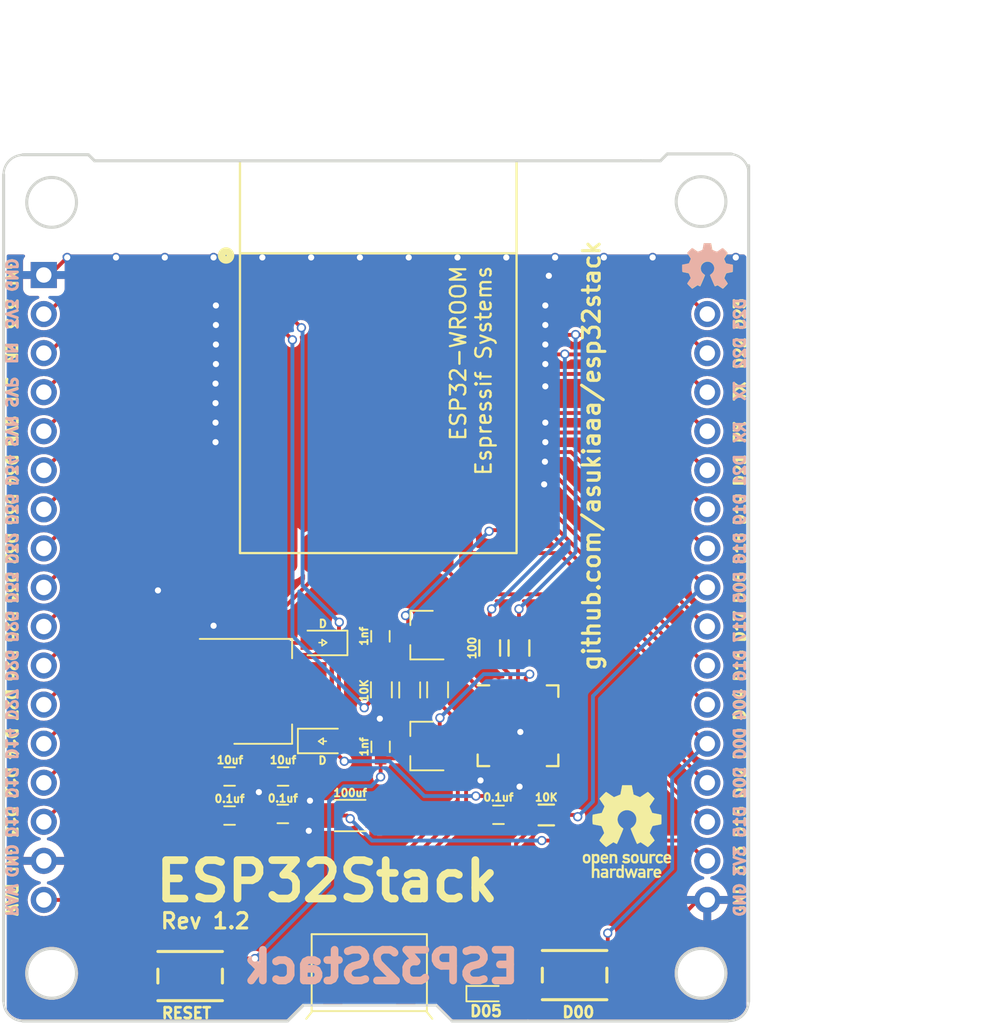
<source format=kicad_pcb>
(kicad_pcb (version 20221018) (generator pcbnew)
  (title_block (title "ESP32Stack") (date "2017-04-30") (rev "1.2"))
  (layers (0 "F.Cu" signal) (31 "B.Cu" signal) (34 "B.Paste" user) (35 "F.Paste" user) (36 "B.SilkS" user "B.Silkscreen") (37 "F.SilkS" user "F.Silkscreen") (38 "B.Mask" user) (39 "F.Mask" user) (44 "Edge.Cuts" user))
  (net 0 "")
  (net 1 "+3V3")
  (net 2 "GND")
  (net 3 "VCC")
  (net 4 "+5V")
  (net 5 "RXDtoTXD0")
  (net 6 "D+")
  (net 7 "D-")
  (net 8 "TXDtoRXD0")
  (net 9 "EN")
  (net 10 "SVP")
  (net 11 "SVN")
  (net 12 "IO34")
  (net 13 "IO35")
  (net 14 "IO32")
  (net 15 "IO33")
  (net 16 "IO25")
  (net 17 "IO26")
  (net 18 "IO27")
  (net 19 "IO14")
  (net 20 "IO12")
  (net 21 "IO13")
  (net 22 "IO23")
  (net 23 "IO22")
  (net 24 "IO21")
  (net 25 "IO19")
  (net 26 "IO18")
  (net 27 "IO5")
  (net 28 "IO17")
  (net 29 "IO16")
  (net 30 "IO4")
  (net 31 "IO2")
  (net 32 "IO15")
  (net 33 "Net-(U1-Pad32)")
  (net 34 "DTR")
  (net 35 "RTS")
  (net 36 "Net-(Q1-Pad1)")
  (net 37 "Net-(Q2-Pad1)")
  (net 38 "IO0(boot)")
  (net 39 "Net-(D2-Pad2)")
  (net 40 "Net-(R5-Pad2)")
  (net 41 "Net-(U1-Pad22)")
  (net 42 "Net-(U1-Pad21)")
  (net 43 "Net-(U1-Pad20)")
  (net 44 "Net-(U1-Pad19)")
  (net 45 "Net-(U1-Pad18)")
  (net 46 "Net-(U1-Pad17)")
  (net 47 "Net-(U3-Pad1)")
  (net 48 "Net-(U3-Pad2)")
  (net 49 "Net-(U3-Pad9)")
  (net 50 "Net-(U3-Pad10)")
  (net 51 "Net-(U3-Pad11)")
  (net 52 "Net-(U3-Pad12)")
  (net 53 "Net-(U3-Pad13)")
  (net 54 "Net-(U3-Pad14)")
  (net 55 "Net-(U3-Pad15)")
  (net 56 "Net-(U3-Pad16)")
  (net 57 "Net-(U3-Pad17)")
  (net 58 "Net-(U3-Pad18)")
  (net 59 "Net-(U3-Pad19)")
  (net 60 "Net-(U3-Pad20)")
  (net 61 "Net-(U3-Pad21)")
  (net 62 "Net-(U3-Pad22)")
  (net 63 "Net-(U3-Pad23)")
  (net 64 "Net-(U3-Pad27)")
  (net 65 "Net-(U3-Pad6)")
  (net 66 "Net-(R6-Pad2)")
  (net 67 "Net-(D3-Pad2)")
  (net 68 "Net-(P1-Pad4)")
  (footprint "Capacitors_SMD:C_0603" (layer "F.Cu") (at 171.7675 94.615 -90)
    (fp_text reference "C2")
    (fp_text value "1nf")
  )
  (footprint "Capacitors_SMD:C_0603" (layer "F.Cu") (at 165.4302 103.7336 180)
    (fp_text reference "C3")
    (fp_text value "10uf")
  )
  (footprint "Capacitors_SMD:C_0603" (layer "F.Cu") (at 161.9504 103.7336 180)
    (fp_text reference "C4")
    (fp_text value "10uf")
  )
  (footprint "Capacitors_SMD:C_0603" (layer "F.Cu") (at 161.9504 106.2736 180)
    (fp_text reference "C5")
    (fp_text value "0.1uf")
  )
  (footprint "common:D_0805" (layer "F.Cu") (at 167.9956 101.4222)
    (fp_text reference "D1")
    (fp_text value "D")
  )
  (footprint "ESP32-footprints-Lib:ESP32-WROOM" (layer "F.Cu") (at 171.6278 76.454 180)
    (fp_text reference "U1" hide)
    (fp_text value "ESP32-WROOM")
  )
  (footprint "Capacitors_SMD:C_0603" (layer "F.Cu") (at 179.451 106.2228)
    (fp_text reference "C6")
    (fp_text value "0.1uf")
  )
  (footprint "osh-logo:osh-logo-3p4mm" (layer "F.Cu") (at 193.0527 70.5485)
    (fp_text reference "G***" hide)
    (fp_text value "LOGO" hide)
  )
  (footprint "Symbols:OSHW-Logo_5.7x6mm_SilkScreen" (layer "F.Cu") (at 187.8076 107.315)
    (fp_text reference "REF***" hide)
    (fp_text value "OSHW-Logo_5.7x6mm_SilkScreen" hide)
  )
  (footprint "TO_SOT_Packages_SMD:SOT-23" (layer "F.Cu") (at 174.4726 101.7524 180)
    (fp_text reference "Q1")
    (fp_text value "MMBT3904" hide)
  )
  (footprint "TO_SOT_Packages_SMD:SOT-23" (layer "F.Cu") (at 174.4726 94.5388 180)
    (fp_text reference "Q2")
    (fp_text value "MMBT3904" hide)
  )
  (footprint "Resistors_SMD:R_0603" (layer "F.Cu") (at 182.5625 106.2355 180)
    (fp_text reference "R4")
    (fp_text value "10K")
  )
  (footprint "Resistors_SMD:R_0603" (layer "F.Cu") (at 180.7845 95.377 -90)
    (fp_text reference "R5")
    (fp_text value "100" hide)
  )
  (footprint "Resistors_SMD:R_0603" (layer "F.Cu") (at 178.8795 95.377 -90)
    (fp_text reference "R6")
    (fp_text value "100")
  )
  (footprint "switch:SKRPACE010" (layer "F.Cu") (at 184.404 116.6495)
    (fp_text reference "SW1")
    (fp_text value "SWITCH_SPST" hide)
  )
  (footprint "switch:SKRPACE010" (layer "F.Cu") (at 159.385 116.713)
    (fp_text reference "SW2")
    (fp_text value "SWITCH_SPST" hide)
  )
  (footprint "Capacitors_SMD:C_0603" (layer "F.Cu") (at 171.7802 101.8032 90)
    (fp_text reference "C1" hide)
    (fp_text value "1nf")
  )
  (footprint "Capacitors_SMD:C_0603" (layer "F.Cu") (at 165.4175 106.172 180)
    (fp_text reference "C7" hide)
    (fp_text value "0.1uf")
  )
  (footprint "Capacitors_SMD:C_1206" (layer "F.Cu") (at 169.799 106.2736)
    (fp_text reference "C8" hide)
    (fp_text value "100uf")
  )
  (footprint "Resistors_SMD:R_0603" (layer "F.Cu") (at 175.4886 98.0948 -90)
    (fp_text reference "R1" hide)
    (fp_text value "10K" hide)
  )
  (footprint "Resistors_SMD:R_0603" (layer "F.Cu") (at 171.831 98.0948 90)
    (fp_text reference "R3" hide)
    (fp_text value "10K")
  )
  (footprint "Housings_DFN_QFN:QFN-28-1EP_5x5mm_Pitch0.5mm" (layer "F.Cu") (at 180.721 100.4316)
    (fp_text reference "U3" hide)
    (fp_text value "CP2102")
  )
  (footprint "TO_SOT_Packages_SMD:SOT-223" (layer "F.Cu") (at 164.1094 98.1964)
    (fp_text reference "U2")
    (fp_text value "NCP1117ST33T3G" hide)
  )
  (footprint "common:Pin_Header_Straight_1x17_Pitch2.54mm" (layer "F.Cu") (at 149.86 71.12)
    (fp_text reference "J1" hide)
    (fp_text value "CONN_01X17" hide)
  )
  (footprint "common:Pin_Header_Straight_1x16_Pitch2.54mm" (layer "F.Cu") (at 193.04 73.66)
    (fp_text reference "J2" hide)
    (fp_text value "CONN_01X16" hide)
  )
  (footprint "Resistors_SMD:R_0603" (layer "F.Cu") (at 173.6725 98.1075 90)
    (fp_text reference "R2" hide)
    (fp_text value "10K" hide)
  )
  (footprint "LEDs:LED_0603" (layer "F.Cu") (at 178.6636 117.856)
    (fp_text reference "D3")
    (fp_text value "D05")
  )
  (footprint "usb_micro_b:USB_MICRO_B-HIROSE-ZX62R-B-5P" (layer "F.Cu") (at 171.0436 118.3894)
    (fp_text reference "P1" hide)
    (fp_text value "USB_OTG" hide)
  )
  (footprint "common:D_0805" (layer "F.Cu") (at 168.021 95.0468 180)
    (fp_text reference "D2")
    (fp_text value "D")
  )
  (footprint "osh-logo:osh-logo-3p4mm" (layer "B.Cu") (at 193.0527 70.5358 180)
    (fp_text reference "G***" hide)
    (fp_text value "LOGO" hide)
  )
  (gr_circle (center 192.6336 66.3448) (end 193.8528 67.4116) (stroke (width 0.2)) (fill none) (layer "Edge.Cuts"))
  (gr_circle (center 150.368 116.5352) (end 151.5872 117.602) (stroke (width 0.2)) (fill none) (layer "Edge.Cuts"))
  (gr_circle (center 192.6336 116.5352) (end 193.8528 117.602) (stroke (width 0.2)) (fill none) (layer "Edge.Cuts"))
  (gr_line (start 181.356 119.634) (end 194.3735 119.634) (stroke (width 0.2)) (layer "Edge.Cuts"))
  (gr_arc (start 195.7324 118.364) (mid 195.360426 119.262026) (end 194.4624 119.634) (stroke (width 0.15)) (layer "Edge.Cuts"))
  (gr_line (start 153.162 63.6905) (end 188.722 63.6905) (stroke (width 0.2)) (layer "Edge.Cuts"))
  (gr_line (start 195.7324 64.008) (end 195.7324 118.364) (stroke (width 0.2)) (layer "Edge.Cuts"))
  (gr_arc (start 194.4624 63.246) (mid 195.360426 63.617974) (end 195.7324 64.516) (stroke (width 0.15)) (layer "Edge.Cuts"))
  (gr_line (start 148.4884 119.634) (end 165.7096 119.634) (stroke (width 0.2)) (layer "Edge.Cuts"))
  (gr_circle (center 150.368 66.3956) (end 151.5872 67.4624) (stroke (width 0.2)) (fill none) (layer "Edge.Cuts"))
  (gr_line (start 176.4284 119.634) (end 181.356 119.634) (stroke (width 0.2)) (layer "Edge.Cuts"))
  (gr_line (start 190.4492 63.246) (end 194.6148 63.246) (stroke (width 0.2)) (layer "Edge.Cuts"))
  (gr_arc (start 147.2438 64.5795) (mid 147.615774 63.681474) (end 148.5138 63.3095) (stroke (width 0.15)) (layer "Edge.Cuts"))
  (gr_line (start 148.4884 63.2968) (end 152.7556 63.2968) (stroke (width 0.2)) (layer "Edge.Cuts"))
  (gr_line (start 166.7637 118.618) (end 175.3997 118.618) (stroke (width 0.15)) (layer "Edge.Cuts"))
  (gr_line (start 152.781 63.3095) (end 153.162 63.6905) (stroke (width 0.2)) (layer "Edge.Cuts"))
  (gr_line (start 147.2438 64.5795) (end 147.2438 118.364) (stroke (width 0.2)) (layer "Edge.Cuts"))
  (gr_line (start 190.4365 63.246) (end 189.992 63.6905) (stroke (width 0.2)) (layer "Edge.Cuts"))
  (gr_arc (start 148.5138 119.634) (mid 147.615774 119.262026) (end 147.2438 118.364) (stroke (width 0.15)) (layer "Edge.Cuts"))
  (gr_line (start 166.7383 118.618) (end 165.7223 119.634) (stroke (width 0.2)) (layer "Edge.Cuts"))
  (gr_line (start 176.4157 119.634) (end 175.3997 118.618) (stroke (width 0.15)) (layer "Edge.Cuts"))
  (gr_line (start 189.992 63.6905) (end 188.722 63.6905) (stroke (width 0.2)) (layer "Edge.Cuts"))
  (gr_text "D34" (at 147.7518 83.82 270) (layer "B.SilkS") (effects (font (size 0.7 0.7) (thickness 0.175)) (justify mirror)))
  (gr_text "D27" (at 147.7518 99.06 270) (layer "B.SilkS") (effects (font (size 0.7 0.7) (thickness 0.175)) (justify mirror)))
  (gr_text "GND" (at 195.1609 111.76 90) (layer "B.SilkS") (effects (font (size 0.7 0.7) (thickness 0.175)) (justify mirror)))
  (gr_text "D32" (at 147.7518 88.9 270) (layer "B.SilkS") (effects (font (size 0.7 0.7) (thickness 0.175)) (justify mirror)))
  (gr_text "D33" (at 147.7518 91.44 270) (layer "B.SilkS") (effects (font (size 0.7 0.7) (thickness 0.175)) (justify mirror)))
  (gr_text "SVP" (at 147.7518 78.74 270) (layer "B.SilkS") (effects (font (size 0.7 0.7) (thickness 0.175)) (justify mirror)))
  (gr_text "D17" (at 195.1609 93.98 90) (layer "B.SilkS") (effects (font (size 0.7 0.7) (thickness 0.175)) (justify mirror)))
  (gr_text "D12" (at 147.7518 104.14 270) (layer "B.SilkS") (effects (font (size 0.7 0.7) (thickness 0.175)) (justify mirror)))
  (gr_text "D18" (at 195.1609 88.9 90) (layer "B.SilkS") (effects (font (size 0.7 0.7) (thickness 0.175)) (justify mirror)))
  (gr_text "D14" (at 147.7518 101.6 270) (layer "B.SilkS") (effects (font (size 0.7 0.7) (thickness 0.175)) (justify mirror)))
  (gr_text "GND" (at 147.7518 109.22 270) (layer "B.SilkS") (effects (font (size 0.7 0.7) (thickness 0.175)) (justify mirror)))
  (gr_text "TX" (at 195.1609 78.6765 90) (layer "B.SilkS") (effects (font (size 0.7 0.7) (thickness 0.175)) (justify mirror)))
  (gr_text "RX" (at 195.1609 81.3435 90) (layer "B.SilkS") (effects (font (size 0.7 0.7) (thickness 0.175)) (justify mirror)))
  (gr_text "D02" (at 195.1609 104.14 90) (layer "B.SilkS") (effects (font (size 0.7 0.7) (thickness 0.175)) (justify mirror)))
  (gr_text "D25" (at 147.7518 93.98 270) (layer "B.SilkS") (effects (font (size 0.7 0.7) (thickness 0.175)) (justify mirror)))
  (gr_text "D21" (at 195.1609 83.82 90) (layer "B.SilkS") (effects (font (size 0.7 0.7) (thickness 0.175)) (justify mirror)))
  (gr_text "3V3" (at 147.7518 73.66 270) (layer "B.SilkS") (effects (font (size 0.7 0.7) (thickness 0.175)) (justify mirror)))
  (gr_text "D23" (at 195.1609 73.66 90) (layer "B.SilkS") (effects (font (size 0.7 0.7) (thickness 0.175)) (justify mirror)))
  (gr_text "SVN" (at 147.7518 81.28 270) (layer "B.SilkS") (effects (font (size 0.7 0.7) (thickness 0.175)) (justify mirror)))
  (gr_text "D19" (at 195.1609 86.36 90) (layer "B.SilkS") (effects (font (size 0.7 0.7) (thickness 0.175)) (justify mirror)))
  (gr_text "EN" (at 147.7264 76.2 270) (layer "B.SilkS") (effects (font (size 0.7 0.7) (thickness 0.175)) (justify mirror)))
  (gr_text "D35" (at 147.7518 86.36 270) (layer "B.SilkS") (effects (font (size 0.7 0.7) (thickness 0.175)) (justify mirror)))
  (gr_text "GND" (at 147.7518 71.12 270) (layer "B.SilkS") (effects (font (size 0.7 0.7) (thickness 0.175)) (justify mirror)))
  (gr_text "D04" (at 195.1609 99.06 90) (layer "B.SilkS") (effects (font (size 0.7 0.7) (thickness 0.175)) (justify mirror)))
  (gr_text "D00" (at 195.1609 101.6 90) (layer "B.SilkS") (effects (font (size 0.7 0.7) (thickness 0.175)) (justify mirror)))
  (gr_text "RAW" (at 147.7518 111.76 270) (layer "B.SilkS") (effects (font (size 0.7 0.7) (thickness 0.175)) (justify mirror)))
  (gr_text "D16" (at 195.1609 96.52 90) (layer "B.SilkS") (effects (font (size 0.7 0.7) (thickness 0.175)) (justify mirror)))
  (gr_text "D13" (at 147.7518 106.68 270) (layer "B.SilkS") (effects (font (size 0.7 0.7) (thickness 0.175)) (justify mirror)))
  (gr_text "D26" (at 147.7518 96.52 270) (layer "B.SilkS") (effects (font (size 0.7 0.7) (thickness 0.175)) (justify mirror)))
  (gr_text "D22" (at 195.1609 76.2 90) (layer "B.SilkS") (effects (font (size 0.7 0.7) (thickness 0.175)) (justify mirror)))
  (gr_text "3V3" (at 195.1609 109.22 90) (layer "B.SilkS") (effects (font (size 0.7 0.7) (thickness 0.175)) (justify mirror)))
  (gr_text "ESP32Stack" (at 171.831 116.1034) (layer "B.SilkS") (effects (font (size 2 2) (thickness 0.5)) (justify mirror)))
  (gr_text "D05" (at 195.1609 91.44 90) (layer "B.SilkS") (effects (font (size 0.7 0.7) (thickness 0.175)) (justify mirror)))
  (gr_text "D15" (at 195.1609 106.68 90) (layer "B.SilkS") (effects (font (size 0.7 0.7) (thickness 0.175)) (justify mirror)))
  (gr_text "D16" (at 195.1609 96.52 90) (layer "F.SilkS") (effects (font (size 0.7 0.7) (thickness 0.175))))
  (gr_text "GND" (at 147.7518 109.22 270) (layer "F.SilkS") (effects (font (size 0.7 0.7) (thickness 0.175))))
  (gr_text "GND" (at 195.1609 111.76 90) (layer "F.SilkS") (effects (font (size 0.7 0.7) (thickness 0.175))))
  (gr_text "D27" (at 147.7518 99.06 270) (layer "F.SilkS") (effects (font (size 0.7 0.7) (thickness 0.175))))
  (gr_text "D13" (at 147.7518 106.68 270) (layer "F.SilkS") (effects (font (size 0.7 0.7) (thickness 0.175))))
  (gr_text "ESP32Stack" (at 168.3004 110.5408) (layer "F.SilkS") (effects (font (size 2.5 2.5) (thickness 0.5))))
  (gr_text "RX" (at 195.1609 81.3435 90) (layer "F.SilkS") (effects (font (size 0.7 0.7) (thickness 0.175))))
  (gr_text "TX" (at 195.1609 78.6765 90) (layer "F.SilkS") (effects (font (size 0.7 0.7) (thickness 0.175))))
  (gr_text "D18" (at 195.1609 88.9 90) (layer "F.SilkS") (effects (font (size 0.7 0.7) (thickness 0.175))))
  (gr_text "D21" (at 195.1609 83.82 90) (layer "F.SilkS") (effects (font (size 0.7 0.7) (thickness 0.175))))
  (gr_text "D05" (at 195.1609 91.44 90) (layer "F.SilkS") (effects (font (size 0.7 0.7) (thickness 0.175))))
  (gr_text "D17" (at 195.1609 93.98 90) (layer "F.SilkS") (effects (font (size 0.7 0.7) (thickness 0.175))))
  (gr_text "D19" (at 195.1609 86.36 90) (layer "F.SilkS") (effects (font (size 0.7 0.7) (thickness 0.175))))
  (gr_text "RAW" (at 147.7518 111.76 270) (layer "F.SilkS") (effects (font (size 0.7 0.7) (thickness 0.175))))
  (gr_text "EN" (at 147.7264 76.2 270) (layer "F.SilkS") (effects (font (size 0.7 0.7) (thickness 0.175))))
  (gr_text "D22" (at 195.1609 76.2 90) (layer "F.SilkS") (effects (font (size 0.7 0.7) (thickness 0.175))))
  (gr_text "D23" (at 195.1609 73.66 90) (layer "F.SilkS") (effects (font (size 0.7 0.7) (thickness 0.175))))
  (gr_text "D32" (at 147.7518 88.9 270) (layer "F.SilkS") (effects (font (size 0.7 0.7) (thickness 0.175))))
  (gr_text "D02" (at 195.1609 104.14 90) (layer "F.SilkS") (effects (font (size 0.7 0.7) (thickness 0.175))))
  (gr_text "D35" (at 147.7518 86.36 270) (layer "F.SilkS") (effects (font (size 0.7 0.7) (thickness 0.175))))
  (gr_text "D04" (at 195.1609 99.06 90) (layer "F.SilkS") (effects (font (size 0.7 0.7) (thickness 0.175))))
  (gr_text "D12" (at 147.7518 104.14 270) (layer "F.SilkS") (effects (font (size 0.7 0.7) (thickness 0.175))))
  (gr_text "D00" (at 183.515 119.0625) (layer "F.SilkS") (effects (font (size 0.7 0.7) (thickness 0.175)) (justify left)))
  (gr_text "D14" (at 147.7518 101.6 270) (layer "F.SilkS") (effects (font (size 0.7 0.7) (thickness 0.175))))
  (gr_text "D25" (at 147.7518 93.98 270) (layer "F.SilkS") (effects (font (size 0.7 0.7) (thickness 0.175))))
  (gr_text "Rev 1.2" (at 160.3756 113.1316) (layer "F.SilkS") (effects (font (size 1 1) (thickness 0.2))))
  (gr_text "3V3" (at 195.1609 109.22 90) (layer "F.SilkS") (effects (font (size 0.7 0.7) (thickness 0.175))))
  (gr_text "SVP" (at 147.7518 78.74 270) (layer "F.SilkS") (effects (font (size 0.7 0.7) (thickness 0.175))))
  (gr_text "D15" (at 195.1609 106.68 90) (layer "F.SilkS") (effects (font (size 0.7 0.7) (thickness 0.175))))
  (gr_text "3V3" (at 147.7518 73.66 270) (layer "F.SilkS") (effects (font (size 0.7 0.7) (thickness 0.175))))
  (gr_text "D33" (at 147.7518 91.44 270) (layer "F.SilkS") (effects (font (size 0.7 0.7) (thickness 0.175))))
  (gr_text "D26" (at 147.7518 96.52 270) (layer "F.SilkS") (effects (font (size 0.7 0.7) (thickness 0.175))))
  (gr_text "github.com/asukiaaa/esp32stack" (at 185.5089 82.8675 90) (layer "F.SilkS") (effects (font (size 1.1 1.1) (thickness 0.2))))
  (gr_text "D34" (at 147.7518 83.82 270) (layer "F.SilkS") (effects (font (size 0.7 0.7) (thickness 0.175))))
  (gr_text "SVN" (at 147.7518 81.28 270) (layer "F.SilkS") (effects (font (size 0.7 0.7) (thickness 0.175))))
  (gr_text "D00" (at 195.1609 101.6 90) (layer "F.SilkS") (effects (font (size 0.7 0.7) (thickness 0.175))))
  (gr_text "RESET" (at 160.8455 119.126) (layer "F.SilkS") (effects (font (size 0.7 0.7) (thickness 0.175)) (justify right)))
  (gr_text "GND" (at 147.7518 71.12 270) (layer "F.SilkS") (effects (font (size 0.7 0.7) (thickness 0.175))))
  (segment (start 166.2938 106.4126) (end 166.1548 106.2736) (width 0.25) (layer "F.Cu") (net 1))
  (segment (start 166.1802 106.2228) (end 166.231 106.2736) (width 0.25) (layer "F.Cu") (net 1))
  (segment (start 166.231 106.2736) (end 168.299 106.2736) (width 0.25) (layer "F.Cu") (net 1))
  (segment (start 169.5958 106.2736) (end 169.799 106.4768) (width 0.25) (layer "F.Cu") (net 1))
  (segment (start 191.6557 107.8992) (end 192.9765 109.22) (width 0.25) (layer "F.Cu") (net 1))
  (segment (start 150.0505 73.66) (end 151.2365 72.474) (width 0.25) (layer "F.Cu") (net 1))
  (segment (start 151.2365 72.474) (end 162.6278 72.474) (width 0.25) (layer "F.Cu") (net 1))
  (segment (start 169.533 95.0468) (end 171.831 97.3448) (width 0.25) (layer "F.Cu") (net 1))
  (segment (start 166.4208 103.7336) (end 167.9956 102.1588) (width 0.25) (layer "F.Cu") (net 1))
  (segment (start 167.9956 102.1588) (end 167.9956 100.965) (width 0.25) (layer "F.Cu") (net 1))
  (segment (start 167.9956 100.965) (end 169.071 99.8896) (width 0.25) (layer "F.Cu") (net 1))
  (segment (start 169.071 99.8896) (end 169.071 95.0468) (width 0.25) (layer "F.Cu") (net 1))
  (segment (start 169.071 93.76) (end 169.0878 93.7432) (width 0.25) (layer "F.Cu") (net 1))
  (segment (start 169.0878 93.7432) (end 169.0878 93.7006) (width 0.25) (layer "F.Cu") (net 1))
  (segment (start 166.624 74.549) (end 164.549 72.474) (width 0.25) (layer "F.Cu") (net 1))
  (segment (start 164.549 72.474) (end 162.6278 72.474) (width 0.25) (layer "F.Cu") (net 1))
  (segment (start 182.2704 107.8992) (end 182.3212 107.8992) (width 0.25) (layer "F.Cu") (net 1))
  (segment (start 166.1802 103.7336) (end 166.4208 103.7336) (width 0.25) (layer "F.Cu") (net 1))
  (segment (start 166.1802 103.7336) (end 166.1802 106.2228) (width 0.25) (layer "F.Cu") (net 1))
  (segment (start 149.86 73.66) (end 150.0505 73.66) (width 0.25) (layer "F.Cu") (net 1))
  (segment (start 168.299 106.2736) (end 169.5958 106.2736) (width 0.25) (layer "F.Cu") (net 1))
  (segment (start 169.071 95.0468) (end 169.071 93.76) (width 0.25) (layer "F.Cu") (net 1))
  (segment (start 182.2704 107.8992) (end 191.6557 107.8992) (width 0.25) (layer "F.Cu") (net 1))
  (segment (start 171.831 97.3448) (end 171.4634 97.3448) (width 0.25) (layer "F.Cu") (net 1))
  (segment (start 169.071 95.0468) (end 169.533 95.0468) (width 0.25) (layer "F.Cu") (net 1))
  (segment (start 193.04 109.22) (end 193.04 108.966) (width 0.25) (layer "F.Cu") (net 1))
  (via (at 182.2704 107.8992) (size 0.6) (drill 0.4) (layers "F.Cu" "B.Cu") (net 1))
  (via (at 166.624 74.549) (size 0.6) (drill 0.4) (layers "F.Cu" "B.Cu") (net 1))
  (via (at 169.0878 93.7006) (size 0.6) (drill 0.4) (layers "F.Cu" "B.Cu") (net 1))
  (via (at 169.799 106.4768) (size 0.6) (drill 0.4) (layers "F.Cu" "B.Cu") (net 1))
  (segment (start 169.799 106.4768) (end 171.2214 107.8992) (width 0.25) (layer "B.Cu") (net 1))
  (segment (start 171.2214 107.8992) (end 182.2704 107.8992) (width 0.25) (layer "B.Cu") (net 1))
  (segment (start 169.0878 93.7006) (end 166.7002 91.313) (width 0.25) (layer "B.Cu") (net 1))
  (segment (start 166.7002 91.313) (end 166.7002 74.6252) (width 0.25) (layer "B.Cu") (net 1))
  (segment (start 166.7002 74.6252) (end 166.624 74.549) (width 0.25) (layer "B.Cu") (net 1))
  (segment (start 161.2512 103.9756) (end 161.2512 103.7336) (width 0.25) (layer "F.Cu") (net 2))
  (segment (start 164.6802 106.2228) (end 164.6294 106.2736) (width 0.25) (layer "F.Cu") (net 2))
  (segment (start 162.5438 71.12) (end 162.6278 71.204) (width 0.25) (layer "F.Cu") (net 2))
  (segment (start 162.6278 71.204) (end 171.239 71.204) (width 0.25) (layer "F.Cu") (net 2))
  (segment (start 171.3278 71.2928) (end 171.239 71.204) (width 0.25) (layer "F.Cu") (net 2))
  (segment (start 171.239 71.204) (end 180.6278 71.204) (width 0.25) (layer "F.Cu") (net 2))
  (segment (start 171.3278 80.9704) (end 166.243 86.0552) (width 0.25) (layer "F.Cu") (net 2))
  (segment (start 166.243 86.0552) (end 166.243 88.8738) (width 0.25) (layer "F.Cu") (net 2))
  (segment (start 166.243 88.8738) (end 165.9128 89.204) (width 0.25) (layer "F.Cu") (net 2))
  (segment (start 160.909 93.9292) (end 160.9594 93.9796) (width 0.25) (layer "F.Cu") (net 2))
  (segment (start 160.9594 93.9796) (end 160.9594 95.8964) (width 0.25) (layer "F.Cu") (net 2))
  (segment (start 160.5674 95.8964) (end 159.3342 97.1296) (width 0.25) (layer "F.Cu") (net 2))
  (segment (start 159.3342 97.1296) (end 159.3342 101.8166) (width 0.25) (layer "F.Cu") (net 2))
  (segment (start 159.3342 101.8166) (end 161.2512 103.7336) (width 0.25) (layer "F.Cu") (net 2))
  (segment (start 163.8554 104.7496) (end 164.6802 104.7496) (width 0.25) (layer "F.Cu") (net 2))
  (segment (start 164.6802 104.7496) (end 164.6682 104.7496) (width 0.25) (layer "F.Cu") (net 2))
  (segment (start 164.6682 104.7496) (end 164.6802 104.7496) (width 0.25) (layer "F.Cu") (net 2))
  (segment (start 164.6802 104.7496) (end 164.6802 106.2228) (width 0.25) (layer "F.Cu") (net 2))
  (segment (start 171.7294 99.9744) (end 171.7802 100.0252) (width 0.25) (layer "F.Cu") (net 2))
  (segment (start 171.7802 100.0252) (end 171.7802 101.0532) (width 0.25) (layer "F.Cu") (net 2))
  (segment (start 179.546 99.9316) (end 179.8835 99.5941) (width 0.25) (layer "F.Cu") (net 2))
  (segment (start 180.201 105.0156) (end 180.8226 104.394) (width 0.25) (layer "F.Cu") (net 2))
  (segment (start 180.8734 100.838) (end 181.3045 101.2691) (width 0.25) (layer "F.Cu") (net 2))
  (segment (start 181.3045 101.2691) (end 181.5585 101.2691) (width 0.25) (layer "F.Cu") (net 2))
  (segment (start 179.546 99.9316) (end 179.8835 99.5941) (width 0.25) (layer "F.Cu") (net 2))
  (segment (start 171.7802 101.1428) (end 170.6626 102.2604) (width 0.25) (layer "F.Cu") (net 2))
  (segment (start 170.6626 102.2604) (end 170.6626 105.6372) (width 0.25) (layer "F.Cu") (net 2))
  (segment (start 170.6626 105.6372) (end 171.299 106.2736) (width 0.25) (layer "F.Cu") (net 2))
  (segment (start 179.8835 99.5941) (end 179.8835 101.2691) (width 0.25) (layer "F.Cu") (net 2))
  (segment (start 179.8835 101.2691) (end 181.5585 101.2691) (width 0.25) (layer "F.Cu") (net 2))
  (segment (start 162.5438 71.12) (end 162.6278 71.204) (width 0.25) (layer "F.Cu") (net 2))
  (segment (start 158.3175 109.22) (end 161.2385 106.299) (width 0.25) (layer "F.Cu") (net 2))
  (segment (start 159.716 89.204) (end 157.2895 91.6305) (width 0.25) (layer "F.Cu") (net 2))
  (segment (start 171.9317 116.9775) (end 170.2317 116.9775) (width 0.25) (layer "F.Cu") (net 2))
  (segment (start 170.2317 116.9775) (end 166.9817 116.9775) (width 0.25) (layer "F.Cu") (net 2))
  (segment (start 166.9817 116.9775) (end 167.9817 115.9775) (width 0.25) (layer "F.Cu") (net 2))
  (segment (start 167.9817 115.9775) (end 167.9817 114.6275) (width 0.25) (layer "F.Cu") (net 2))
  (segment (start 167.9817 114.6275) (end 168.3067 114.3025) (width 0.25) (layer "F.Cu") (net 2))
  (segment (start 168.3067 114.3025) (end 169.7817 114.3025) (width 0.25) (layer "F.Cu") (net 2))
  (segment (start 174.1817 115.9775) (end 175.1817 116.9775) (width 0.25) (layer "F.Cu") (net 2))
  (segment (start 161.5915 117.9195) (end 161.46 117.788) (width 0.25) (layer "F.Cu") (net 2))
  (segment (start 161.46 117.788) (end 157.31 117.788) (width 0.25) (layer "F.Cu") (net 2))
  (segment (start 192.4435 111.76) (end 186.479 117.7245) (width 0.25) (layer "F.Cu") (net 2))
  (segment (start 182.6944 71.204) (end 182.7276 71.1708) (width 0.25) (layer "F.Cu") (net 2))
  (segment (start 182.499 76.9112) (end 182.499 76.8858) (width 0.25) (layer "F.Cu") (net 2))
  (segment (start 182.499 78.359) (end 182.499 78.3844) (width 0.25) (layer "F.Cu") (net 2))
  (segment (start 182.499 80.7212) (end 182.4736 80.7212) (width 0.25) (layer "F.Cu") (net 2))
  (segment (start 182.499 81.9912) (end 182.499 82.0166) (width 0.25) (layer "F.Cu") (net 2))
  (segment (start 182.4228 84.7344) (end 182.4482 84.7598) (width 0.25) (layer "F.Cu") (net 2))
  (segment (start 150.241 71.12) (end 151.384 69.977) (width 0.25) (layer "F.Cu") (net 2))
  (segment (start 154.559 69.977) (end 157.734 69.977) (width 0.25) (layer "F.Cu") (net 2))
  (segment (start 160.909 69.977) (end 164.084 69.977) (width 0.25) (layer "F.Cu") (net 2))
  (segment (start 167.259 69.977) (end 170.434 69.977) (width 0.25) (layer "F.Cu") (net 2))
  (segment (start 173.609 69.977) (end 176.784 69.977) (width 0.25) (layer "F.Cu") (net 2))
  (segment (start 179.959 69.977) (end 183.134 69.977) (width 0.25) (layer "F.Cu") (net 2))
  (segment (start 186.309 69.977) (end 189.484 69.977) (width 0.25) (layer "F.Cu") (net 2))
  (segment (start 161.0614 74.3712) (end 161.036 74.3712) (width 0.25) (layer "F.Cu") (net 2))
  (segment (start 161.0614 76.9112) (end 161.0614 76.9366) (width 0.25) (layer "F.Cu") (net 2))
  (segment (start 161.036 78.1812) (end 161.036 78.1558) (width 0.25) (layer "F.Cu") (net 2))
  (segment (start 161.036 79.4512) (end 161.0614 79.4512) (width 0.25) (layer "F.Cu") (net 2))
  (segment (start 161.036 80.7212) (end 161.036 80.7466) (width 0.25) (layer "F.Cu") (net 2))
  (segment (start 161.036 81.9912) (end 161.0106 81.9658) (width 0.25) (layer "F.Cu") (net 2))
  (segment (start 164.6675 107.0603) (end 164.8714 107.2642) (width 0.25) (layer "F.Cu") (net 2))
  (segment (start 164.8714 107.2642) (end 167.1066 107.2642) (width 0.25) (layer "F.Cu") (net 2))
  (segment (start 166.095 117.788) (end 166.9436 116.9394) (width 0.25) (layer "F.Cu") (net 2))
  (segment (start 176.947 116.9394) (end 177.8636 117.856) (width 0.25) (layer "F.Cu") (net 2))
  (segment (start 181.8939 117.7245) (end 180.6956 118.9228) (width 0.25) (layer "F.Cu") (net 2))
  (segment (start 180.6956 118.9228) (end 178.9304 118.9228) (width 0.25) (layer "F.Cu") (net 2))
  (segment (start 178.9304 118.9228) (end 177.8636 117.856) (width 0.25) (layer "F.Cu") (net 2))
  (segment (start 161.2512 106.2736) (end 161.2512 103.7336) (width 0.25) (layer "F.Cu") (net 2))
  (segment (start 174.1817 114.6275) (end 174.1817 115.9775) (width 0.25) (layer "F.Cu") (net 2))
  (segment (start 180.6278 71.204) (end 182.6944 71.204) (width 0.25) (layer "F.Cu") (net 2))
  (segment (start 171.3278 78.904) (end 171.3278 71.2928) (width 0.25) (layer "F.Cu") (net 2))
  (segment (start 149.86 109.22) (end 158.3175 109.22) (width 0.25) (layer "F.Cu") (net 2))
  (segment (start 175.1436 116.9394) (end 176.947 116.9394) (width 0.25) (layer "F.Cu") (net 2))
  (segment (start 171.8936 116.9394) (end 175.1436 116.9394) (width 0.25) (layer "F.Cu") (net 2))
  (segment (start 192.9765 111.76) (end 192.4435 111.76) (width 0.25) (layer "F.Cu") (net 2))
  (segment (start 182.329 117.7245) (end 181.8939 117.7245) (width 0.25) (layer "F.Cu") (net 2))
  (segment (start 182.329 117.7245) (end 186.479 117.7245) (width 0.25) (layer "F.Cu") (net 2))
  (segment (start 180.201 106.2228) (end 180.201 105.0156) (width 0.25) (layer "F.Cu") (net 2))
  (segment (start 149.86 71.12) (end 150.241 71.12) (width 0.25) (layer "F.Cu") (net 2))
  (segment (start 149.86 71.12) (end 162.5438 71.12) (width 0.25) (layer "F.Cu") (net 2))
  (segment (start 181.5585 99.5941) (end 179.8835 99.5941) (width 0.25) (layer "F.Cu") (net 2))
  (segment (start 161.46 117.788) (end 166.095 117.788) (width 0.25) (layer "F.Cu") (net 2))
  (segment (start 164.6675 106.172) (end 164.6675 107.0603) (width 0.25) (layer "F.Cu") (net 2))
  (segment (start 164.6802 103.7336) (end 164.6802 104.7496) (width 0.25) (layer "F.Cu") (net 2))
  (segment (start 165.9128 89.204) (end 159.716 89.204) (width 0.25) (layer "F.Cu") (net 2))
  (segment (start 178.271 99.9316) (end 179.546 99.9316) (width 0.25) (layer "F.Cu") (net 2))
  (segment (start 171.7802 101.0532) (end 171.7802 101.1428) (width 0.25) (layer "F.Cu") (net 2))
  (segment (start 171.3278 78.904) (end 171.3278 80.9704) (width 0.25) (layer "F.Cu") (net 2))
  (segment (start 160.9594 95.8964) (end 160.5674 95.8964) (width 0.25) (layer "F.Cu") (net 2))
  (via (at 161.0614 76.9112) (size 0.6) (drill 0.4) (layers "F.Cu" "B.Cu") (net 2))
  (via (at 179.959 69.977) (size 0.6) (drill 0.4) (layers "F.Cu" "B.Cu") (net 2))
  (via (at 182.499 80.7212) (size 0.6) (drill 0.4) (layers "F.Cu" "B.Cu") (net 2))
  (via (at 176.784 69.977) (size 0.6) (drill 0.4) (layers "F.Cu" "B.Cu") (net 2))
  (via (at 173.609 69.977) (size 0.6) (drill 0.4) (layers "F.Cu" "B.Cu") (net 2))
  (via (at 161.036 81.9912) (size 0.6) (drill 0.4) (layers "F.Cu" "B.Cu") (net 2))
  (via (at 194.8942 69.977) (size 0.6) (drill 0.4) (layers "F.Cu" "B.Cu") (net 2))
  (via (at 161.0614 75.6412) (size 0.6) (drill 0.4) (layers "F.Cu" "B.Cu") (net 2))
  (via (at 161.036 78.1812) (size 0.6) (drill 0.4) (layers "F.Cu" "B.Cu") (net 2))
  (via (at 171.7294 99.9744) (size 0.6) (drill 0.4) (layers "F.Cu" "B.Cu") (net 2))
  (via (at 161.0614 73.1012) (size 0.6) (drill 0.4) (layers "F.Cu" "B.Cu") (net 2))
  (via (at 182.499 74.3712) (size 0.6) (drill 0.4) (layers "F.Cu" "B.Cu") (net 2))
  (via (at 182.499 75.6412) (size 0.6) (drill 0.4) (layers "F.Cu" "B.Cu") (net 2))
  (via (at 160.909 69.977) (size 0.6) (drill 0.4) (layers "F.Cu" "B.Cu") (net 2))
  (via (at 167.259 69.977) (size 0.6) (drill 0.4) (layers "F.Cu" "B.Cu") (net 2))
  (via (at 161.036 79.4512) (size 0.6) (drill 0.4) (layers "F.Cu" "B.Cu") (net 2))
  (via (at 182.4228 84.7344) (size 0.6) (drill 0.4) (layers "F.Cu" "B.Cu") (net 2))
  (via (at 160.909 93.9292) (size 0.6) (drill 0.4) (layers "F.Cu" "B.Cu") (net 2))
  (via (at 178.2826 103.9876) (size 0.6) (drill 0.4) (layers "F.Cu" "B.Cu") (net 2))
  (via (at 182.499 76.9112) (size 0.6) (drill 0.4) (layers "F.Cu" "B.Cu") (net 2))
  (via (at 157.734 69.977) (size 0.6) (drill 0.4) (layers "F.Cu" "B.Cu") (net 2))
  (via (at 157.2895 91.6305) (size 0.6) (drill 0.4) (layers "F.Cu" "B.Cu") (net 2))
  (via (at 151.384 69.977) (size 0.6) (drill 0.4) (layers "F.Cu" "B.Cu") (net 2))
  (via (at 182.499 73.1012) (size 0.6) (drill 0.4) (layers "F.Cu" "B.Cu") (net 2))
  (via (at 189.484 69.977) (size 0.6) (drill 0.4) (layers "F.Cu" "B.Cu") (net 2))
  (via (at 182.499 78.359) (size 0.6) (drill 0.4) (layers "F.Cu" "B.Cu") (net 2))
  (via (at 164.084 69.977) (size 0.6) (drill 0.4) (layers "F.Cu" "B.Cu") (net 2))
  (via (at 170.434 69.977) (size 0.6) (drill 0.4) (layers "F.Cu" "B.Cu") (net 2))
  (via (at 163.8554 104.7496) (size 0.6) (drill 0.4) (layers "F.Cu" "B.Cu") (net 2))
  (via (at 154.559 69.977) (size 0.6) (drill 0.4) (layers "F.Cu" "B.Cu") (net 2))
  (via (at 180.8226 104.394) (size 0.6) (drill 0.4) (layers "F.Cu" "B.Cu") (net 2))
  (via (at 167.1828 105.3084) (size 0.6) (drill 0.4) (layers "F.Cu" "B.Cu") (net 2))
  (via (at 182.7276 71.1708) (size 0.6) (drill 0.4) (layers "F.Cu" "B.Cu") (net 2))
  (via (at 167.1066 107.2642) (size 0.6) (drill 0.4) (layers "F.Cu" "B.Cu") (net 2))
  (via (at 182.499 81.9912) (size 0.6) (drill 0.4) (layers "F.Cu" "B.Cu") (net 2))
  (via (at 186.309 69.977) (size 0.6) (drill 0.4) (layers "F.Cu" "B.Cu") (net 2))
  (via (at 161.036 80.7212) (size 0.6) (drill 0.4) (layers "F.Cu" "B.Cu") (net 2))
  (via (at 183.134 69.977) (size 0.6) (drill 0.4) (layers "F.Cu" "B.Cu") (net 2))
  (via (at 182.4736 83.2612) (size 0.6) (drill 0.4) (layers "F.Cu" "B.Cu") (net 2))
  (via (at 161.0614 74.3712) (size 0.6) (drill 0.4) (layers "F.Cu" "B.Cu") (net 2))
  (via (at 180.8734 100.838) (size 0.6) (drill 0.4) (layers "F.Cu" "B.Cu") (net 2))
  (segment (start 160.9598 93.9292) (end 163.8554 96.8248) (width 0.25) (layer "B.Cu") (net 2))
  (segment (start 163.8554 96.8248) (end 163.8554 99.9744) (width 0.25) (layer "B.Cu") (net 2))
  (segment (start 180.8226 104.394) (end 180.8734 104.3432) (width 0.25) (layer "B.Cu") (net 2))
  (segment (start 180.8734 104.3432) (end 180.8734 100.838) (width 0.25) (layer "B.Cu") (net 2))
  (segment (start 180.0098 99.9744) (end 180.8734 100.838) (width 0.25) (layer "B.Cu") (net 2))
  (segment (start 163.8554 99.9744) (end 163.9062 99.9744) (width 0.25) (layer "B.Cu") (net 2))
  (segment (start 163.9062 99.9744) (end 163.8554 99.9744) (width 0.25) (layer "B.Cu") (net 2))
  (segment (start 163.8554 99.9744) (end 163.8554 104.7496) (width 0.25) (layer "B.Cu") (net 2))
  (segment (start 172.4914 99.9744) (end 174.1678 101.6508) (width 0.25) (layer "B.Cu") (net 2))
  (segment (start 174.1678 101.6508) (end 180.0606 101.6508) (width 0.25) (layer "B.Cu") (net 2))
  (segment (start 180.0606 101.6508) (end 180.8734 100.838) (width 0.25) (layer "B.Cu") (net 2))
  (segment (start 178.689 104.394) (end 178.2826 103.9876) (width 0.25) (layer "B.Cu") (net 2))
  (segment (start 157.2895 91.6305) (end 159.5882 93.9292) (width 0.25) (layer "B.Cu") (net 2))
  (segment (start 159.5882 93.9292) (end 160.909 93.9292) (width 0.25) (layer "B.Cu") (net 2))
  (segment (start 189.9285 111.76) (end 186.4995 115.189) (width 0.25) (layer "B.Cu") (net 2))
  (segment (start 186.4995 115.189) (end 185.801 115.189) (width 0.25) (layer "B.Cu") (net 2))
  (segment (start 185.801 115.189) (end 183.134 112.522) (width 0.25) (layer "B.Cu") (net 2))
  (segment (start 183.134 112.522) (end 183.134 106.7054) (width 0.25) (layer "B.Cu") (net 2))
  (segment (start 183.134 106.7054) (end 180.8226 104.394) (width 0.25) (layer "B.Cu") (net 2))
  (segment (start 182.7276 71.1708) (end 182.499 71.3994) (width 0.25) (layer "B.Cu") (net 2))
  (segment (start 182.499 71.3994) (end 182.499 73.1012) (width 0.25) (layer "B.Cu") (net 2))
  (segment (start 182.499 83.2358) (end 182.4736 83.2612) (width 0.25) (layer "B.Cu") (net 2))
  (segment (start 182.4736 84.6836) (end 182.4228 84.7344) (width 0.25) (layer "B.Cu") (net 2))
  (segment (start 151.384 69.977) (end 154.559 69.977) (width 0.25) (layer "B.Cu") (net 2))
  (segment (start 157.734 69.977) (end 160.909 69.977) (width 0.25) (layer "B.Cu") (net 2))
  (segment (start 164.084 69.977) (end 167.259 69.977) (width 0.25) (layer "B.Cu") (net 2))
  (segment (start 170.434 69.977) (end 173.609 69.977) (width 0.25) (layer "B.Cu") (net 2))
  (segment (start 176.784 69.977) (end 179.959 69.977) (width 0.25) (layer "B.Cu") (net 2))
  (segment (start 183.134 69.977) (end 186.309 69.977) (width 0.25) (layer "B.Cu") (net 2))
  (segment (start 189.484 69.977) (end 194.8942 69.977) (width 0.25) (layer "B.Cu") (net 2))
  (segment (start 160.909 72.9488) (end 161.0614 73.1012) (width 0.25) (layer "B.Cu") (net 2))
  (segment (start 161.0614 78.1558) (end 161.036 78.1812) (width 0.25) (layer "B.Cu") (net 2))
  (segment (start 167.1066 107.2642) (end 167.1828 107.188) (width 0.25) (layer "B.Cu") (net 2))
  (segment (start 167.1828 107.188) (end 167.1828 105.3084) (width 0.25) (layer "B.Cu") (net 2))
  (segment (start 182.499 74.3712) (end 182.499 73.1012) (width 0.25) (layer "B.Cu") (net 2))
  (segment (start 182.499 76.9112) (end 182.499 78.359) (width 0.25) (layer "B.Cu") (net 2))
  (segment (start 171.7294 99.9744) (end 163.8554 99.9744) (width 0.25) (layer "B.Cu") (net 2))
  (segment (start 182.499 75.6412) (end 182.499 76.9112) (width 0.25) (layer "B.Cu") (net 2))
  (segment (start 182.499 81.9912) (end 182.499 83.2358) (width 0.25) (layer "B.Cu") (net 2))
  (segment (start 192.9765 111.76) (end 189.9285 111.76) (width 0.25) (layer "B.Cu") (net 2))
  (segment (start 182.499 78.359) (end 182.499 80.7212) (width 0.25) (layer "B.Cu") (net 2))
  (segment (start 161.0614 73.1012) (end 161.0614 74.3712) (width 0.25) (layer "B.Cu") (net 2))
  (segment (start 149.86 70.485) (end 149.225 70.485) (width 0.25) (layer "B.Cu") (net 2))
  (segment (start 161.0614 75.6412) (end 161.0614 76.9112) (width 0.25) (layer "B.Cu") (net 2))
  (segment (start 182.499 75.6412) (end 182.499 74.3712) (width 0.25) (layer "B.Cu") (net 2))
  (segment (start 180.8226 104.394) (end 178.689 104.394) (width 0.25) (layer "B.Cu") (net 2))
  (segment (start 182.4736 83.2612) (end 182.4736 84.6836) (width 0.25) (layer "B.Cu") (net 2))
  (segment (start 161.0614 76.9112) (end 161.0614 78.1558) (width 0.25) (layer "B.Cu") (net 2))
  (segment (start 161.0614 74.3712) (end 161.0614 75.6412) (width 0.25) (layer "B.Cu") (net 2))
  (segment (start 182.499 80.7212) (end 182.499 81.9912) (width 0.25) (layer "B.Cu") (net 2))
  (segment (start 160.909 93.9292) (end 160.9598 93.9292) (width 0.25) (layer "B.Cu") (net 2))
  (segment (start 171.7294 99.9744) (end 172.4914 99.9744) (width 0.25) (layer "B.Cu") (net 2))
  (segment (start 161.036 80.7212) (end 161.036 81.9912) (width 0.25) (layer "B.Cu") (net 2))
  (segment (start 160.909 69.977) (end 160.909 72.9488) (width 0.25) (layer "B.Cu") (net 2))
  (segment (start 161.036 79.4512) (end 161.036 80.7212) (width 0.25) (layer "B.Cu") (net 2))
  (segment (start 161.036 78.1812) (end 161.036 79.4512) (width 0.25) (layer "B.Cu") (net 2))
  (segment (start 162.7512 103.7336) (end 160.9594 101.9418) (width 0.25) (layer "F.Cu") (net 3))
  (segment (start 160.9594 101.9418) (end 160.9594 100.4964) (width 0.25) (layer "F.Cu") (net 3))
  (segment (start 157.2648 111.76) (end 162.7512 106.2736) (width 0.25) (layer "F.Cu") (net 3))
  (segment (start 161.8852 101.4222) (end 160.9594 100.4964) (width 0.25) (layer "F.Cu") (net 3))
  (segment (start 162.7512 106.2736) (end 162.7512 103.7336) (width 0.25) (layer "F.Cu") (net 3))
  (segment (start 149.86 111.76) (end 157.2648 111.76) (width 0.25) (layer "F.Cu") (net 3))
  (segment (start 166.9456 101.4222) (end 161.8852 101.4222) (width 0.25) (layer "F.Cu") (net 3))
  (segment (start 178.271 101.9316) (end 178.2826 101.9432) (width 0.25) (layer "F.Cu") (net 4))
  (segment (start 177.9778 105.0036) (end 177.927 105.0544) (width 0.25) (layer "F.Cu") (net 4))
  (segment (start 177.927 105.0544) (end 177.8254 105.0544) (width 0.25) (layer "F.Cu") (net 4))
  (segment (start 178.6682 106.2556) (end 178.701 106.2228) (width 0.25) (layer "F.Cu") (net 4))
  (segment (start 178.6382 105.0036) (end 179.221 104.4208) (width 0.25) (layer "F.Cu") (net 4))
  (segment (start 179.221 104.4208) (end 179.221 102.8816) (width 0.25) (layer "F.Cu") (net 4))
  (segment (start 178.701 105.2188) (end 178.4858 105.0036) (width 0.25) (layer "F.Cu") (net 4))
  (segment (start 178.4858 105.0036) (end 178.6382 105.0036) (width 0.25) (layer "F.Cu") (net 4))
  (segment (start 178.271 102.8584) (end 178.2942 102.8816) (width 0.25) (layer "F.Cu") (net 4))
  (segment (start 178.2942 102.8816) (end 179.221 102.8816) (width 0.25) (layer "F.Cu") (net 4))
  (segment (start 169.418 102.743) (end 169.0456 102.3706) (width 0.25) (layer "F.Cu") (net 4))
  (segment (start 169.0456 102.3706) (end 169.0456 101.4222) (width 0.25) (layer "F.Cu") (net 4))
  (segment (start 172.3436 111.3744) (end 177.4952 106.2228) (width 0.25) (layer "F.Cu") (net 4))
  (segment (start 177.4952 106.2228) (end 178.701 106.2228) (width 0.25) (layer "F.Cu") (net 4))
  (segment (start 172.3436 114.2644) (end 172.3436 111.3744) (width 0.25) (layer "F.Cu") (net 4))
  (segment (start 178.701 106.2228) (end 178.701 105.2188) (width 0.25) (layer "F.Cu") (net 4))
  (segment (start 179.221 102.8816) (end 179.221 102.9476) (width 0.25) (layer "F.Cu") (net 4))
  (segment (start 178.271 101.9316) (end 178.271 102.8584) (width 0.25) (layer "F.Cu") (net 4))
  (segment (start 177.9778 105.0036) (end 178.4858 105.0036) (width 0.25) (layer "F.Cu") (net 4))
  (via (at 177.9778 105.0036) (size 0.6) (drill 0.4) (layers "F.Cu" "B.Cu") (net 4))
  (via (at 169.418 102.743) (size 0.6) (drill 0.4) (layers "F.Cu" "B.Cu") (net 4))
  (segment (start 174.625 105.0036) (end 172.3644 102.743) (width 0.25) (layer "B.Cu") (net 4))
  (segment (start 172.3644 102.743) (end 169.418 102.743) (width 0.25) (layer "B.Cu") (net 4))
  (segment (start 177.9778 105.0036) (end 174.625 105.0036) (width 0.25) (layer "B.Cu") (net 4))
  (segment (start 189.2505 75.014) (end 192.9765 78.74) (width 0.25) (layer "F.Cu") (net 5))
  (segment (start 184.4675 74.9935) (end 184.4675 75.014) (width 0.25) (layer "F.Cu") (net 5))
  (segment (start 184.4675 75.014) (end 184.4675 75.057) (width 0.25) (layer "F.Cu") (net 5))
  (segment (start 184.4675 75.057) (end 184.4675 75.014) (width 0.25) (layer "F.Cu") (net 5))
  (segment (start 184.4675 75.014) (end 189.2505 75.014) (width 0.25) (layer "F.Cu") (net 5))
  (segment (start 183.4642 75.014) (end 184.4675 75.014) (width 0.25) (layer "F.Cu") (net 5))
  (segment (start 180.6278 75.014) (end 183.4642 75.014) (width 0.25) (layer "F.Cu") (net 5))
  (segment (start 180.7845 94.627) (end 180.7845 92.837) (width 0.25) (layer "F.Cu") (net 5))
  (via (at 184.4675 74.9935) (size 0.6) (drill 0.4) (layers "F.Cu" "B.Cu") (net 5))
  (via (at 180.7845 92.837) (size 0.6) (drill 0.4) (layers "F.Cu" "B.Cu") (net 5))
  (segment (start 180.7845 92.837) (end 184.4675 89.154) (width 0.25) (layer "B.Cu") (net 5))
  (segment (start 184.4675 89.154) (end 184.4675 74.9935) (width 0.25) (layer "B.Cu") (net 5))
  (segment (start 171.0436 111.0488) (end 176.802202 105.290198) (width 0.25) (layer "F.Cu") (net 6))
  (segment (start 176.802202 105.290198) (end 176.802202 100.819798) (width 0.25) (layer "F.Cu") (net 6))
  (segment (start 176.802202 100.819798) (end 177.1904 100.4316) (width 0.25) (layer "F.Cu") (net 6))
  (segment (start 177.1904 100.4316) (end 178.271 100.4316) (width 0.25) (layer "F.Cu") (net 6))
  (segment (start 171.0436 114.2644) (end 171.0436 111.0488) (width 0.25) (layer "F.Cu") (net 6))
  (segment (start 177.5032 100.9316) (end 177.3428 101.092) (width 0.25) (layer "F.Cu") (net 7))
  (segment (start 177.3428 101.092) (end 177.3428 105.6132) (width 0.25) (layer "F.Cu") (net 7))
  (segment (start 177.3428 105.6132) (end 171.6936 111.2624) (width 0.25) (layer "F.Cu") (net 7))
  (segment (start 171.6936 111.2624) (end 171.6936 114.2644) (width 0.25) (layer "F.Cu") (net 7))
  (segment (start 178.271 100.9316) (end 177.5032 100.9316) (width 0.25) (layer "F.Cu") (net 7))
  (segment (start 182.753 76.3016) (end 182.753 76.284) (width 0.25) (layer "F.Cu") (net 8))
  (segment (start 182.753 76.284) (end 182.753 76.3016) (width 0.25) (layer "F.Cu") (net 8))
  (segment (start 182.753 76.3016) (end 182.753 76.284) (width 0.25) (layer "F.Cu") (net 8))
  (segment (start 182.753 76.284) (end 182.9386 76.284) (width 0.25) (layer "F.Cu") (net 8))
  (segment (start 187.9805 76.284) (end 192.9765 81.28) (width 0.25) (layer "F.Cu") (net 8))
  (segment (start 178.8795 92.964) (end 179.0065 92.837) (width 0.25) (layer "F.Cu") (net 8))
  (segment (start 183.769 76.2635) (end 183.7485 76.284) (width 0.25) (layer "F.Cu") (net 8))
  (segment (start 183.7485 76.284) (end 183.726 76.284) (width 0.25) (layer "F.Cu") (net 8))
  (segment (start 183.726 76.284) (end 183.7055 76.2635) (width 0.25) (layer "F.Cu") (net 8))
  (segment (start 183.7055 76.2635) (end 183.7055 76.284) (width 0.25) (layer "F.Cu") (net 8))
  (segment (start 183.7055 76.284) (end 187.9805 76.284) (width 0.25) (layer "F.Cu") (net 8))
  (segment (start 178.8795 94.627) (end 178.8795 92.964) (width 0.25) (layer "F.Cu") (net 8))
  (segment (start 180.6278 76.284) (end 183.7055 76.284) (width 0.25) (layer "F.Cu") (net 8))
  (via (at 179.0065 92.837) (size 0.6) (drill 0.4) (layers "F.Cu" "B.Cu") (net 8))
  (via (at 183.769 76.2635) (size 0.6) (drill 0.4) (layers "F.Cu" "B.Cu") (net 8))
  (segment (start 179.0065 92.837) (end 183.769 88.0745) (width 0.25) (layer "B.Cu") (net 8))
  (segment (start 183.769 88.0745) (end 183.769 76.2635) (width 0.25) (layer "B.Cu") (net 8))
  (segment (start 173.7868 101.8634) (end 173.6758 101.7524) (width 0.25) (layer "F.Cu") (net 9))
  (segment (start 173.6758 101.3874) (end 173.6758 101.7524) (width 0.25) (layer "F.Cu") (net 9))
  (segment (start 173.625 101.9904) (end 173.0622 102.5532) (width 0.25) (layer "F.Cu") (net 9))
  (segment (start 173.0622 102.5532) (end 171.7802 102.5532) (width 0.25) (layer "F.Cu") (net 9))
  (segment (start 171.831 98.8568) (end 173.625 100.6508) (width 0.25) (layer "F.Cu") (net 9))
  (segment (start 173.625 100.6508) (end 173.625 101.7524) (width 0.25) (layer "F.Cu") (net 9))
  (segment (start 171.1318 98.8448) (end 170.7134 99.2632) (width 0.25) (layer "F.Cu") (net 9))
  (segment (start 166.0398 75.3364) (end 164.4474 73.744) (width 0.25) (layer "F.Cu") (net 9))
  (segment (start 164.4474 73.744) (end 162.6278 73.744) (width 0.25) (layer "F.Cu") (net 9))
  (segment (start 150.1775 76.2) (end 152.6335 73.744) (width 0.25) (layer "F.Cu") (net 9))
  (segment (start 152.6335 73.744) (end 162.6278 73.744) (width 0.25) (layer "F.Cu") (net 9))
  (segment (start 163.6014 115.57) (end 163.5334 115.638) (width 0.25) (layer "F.Cu") (net 9))
  (segment (start 161.528 115.57) (end 161.46 115.638) (width 0.25) (layer "F.Cu") (net 9))
  (segment (start 161.46 115.638) (end 157.31 115.638) (width 0.25) (layer "F.Cu") (net 9))
  (segment (start 149.86 76.2) (end 150.1775 76.2) (width 0.25) (layer "F.Cu") (net 9))
  (segment (start 163.6014 115.57) (end 161.528 115.57) (width 0.25) (layer "F.Cu") (net 9))
  (segment (start 171.7802 102.5532) (end 171.7802 103.759) (width 0.25) (layer "F.Cu") (net 9))
  (segment (start 171.831 98.8448) (end 171.831 98.8568) (width 0.25) (layer "F.Cu") (net 9))
  (segment (start 171.831 98.8448) (end 171.1318 98.8448) (width 0.25) (layer "F.Cu") (net 9))
  (segment (start 173.625 101.7524) (end 173.625 101.9904) (width 0.25) (layer "F.Cu") (net 9))
  (via (at 171.7802 103.759) (size 0.6) (drill 0.4) (layers "F.Cu" "B.Cu") (net 9))
  (via (at 170.7134 99.2632) (size 0.6) (drill 0.4) (layers "F.Cu" "B.Cu") (net 9))
  (via (at 163.6014 115.57) (size 0.6) (drill 0.4) (layers "F.Cu" "B.Cu") (net 9))
  (via (at 166.0398 75.3364) (size 0.6) (drill 0.4) (layers "F.Cu" "B.Cu") (net 9))
  (segment (start 170.7134 99.2632) (end 166.0398 94.5896) (width 0.25) (layer "B.Cu") (net 9))
  (segment (start 166.0398 94.5896) (end 166.0398 75.3364) (width 0.25) (layer "B.Cu") (net 9))
  (segment (start 171.7802 103.759) (end 171.1706 104.3686) (width 0.25) (layer "B.Cu") (net 9))
  (segment (start 171.1706 104.3686) (end 169.3926 104.3686) (width 0.25) (layer "B.Cu") (net 9))
  (segment (start 169.3926 104.3686) (end 168.4274 105.3338) (width 0.25) (layer "B.Cu") (net 9))
  (segment (start 168.4274 105.3338) (end 168.4274 110.744) (width 0.25) (layer "B.Cu") (net 9))
  (segment (start 168.4274 110.744) (end 163.6014 115.57) (width 0.25) (layer "B.Cu") (net 9))
  (segment (start 153.586 75.014) (end 149.86 78.74) (width 0.25) (layer "F.Cu") (net 10))
  (segment (start 162.6278 75.014) (end 153.586 75.014) (width 0.25) (layer "F.Cu") (net 10))
  (segment (start 154.856 76.284) (end 149.86 81.28) (width 0.25) (layer "F.Cu") (net 11))
  (segment (start 162.6278 76.284) (end 154.856 76.284) (width 0.25) (layer "F.Cu") (net 11))
  (segment (start 156.126 77.554) (end 149.86 83.82) (width 0.25) (layer "F.Cu") (net 12))
  (segment (start 162.6278 77.554) (end 156.126 77.554) (width 0.25) (layer "F.Cu") (net 12))
  (segment (start 157.396 78.824) (end 149.86 86.36) (width 0.25) (layer "F.Cu") (net 13))
  (segment (start 162.6278 78.824) (end 157.396 78.824) (width 0.25) (layer "F.Cu") (net 13))
  (segment (start 158.666 80.094) (end 149.86 88.9) (width 0.25) (layer "F.Cu") (net 14))
  (segment (start 162.6278 80.094) (end 158.666 80.094) (width 0.25) (layer "F.Cu") (net 14))
  (segment (start 159.936 81.364) (end 149.86 91.44) (width 0.25) (layer "F.Cu") (net 15))
  (segment (start 162.6278 81.364) (end 159.936 81.364) (width 0.25) (layer "F.Cu") (net 15))
  (segment (start 161.206 82.634) (end 149.86 93.98) (width 0.25) (layer "F.Cu") (net 16))
  (segment (start 162.6278 82.634) (end 161.206 82.634) (width 0.25) (layer "F.Cu") (net 16))
  (segment (start 161.0155 83.904) (end 151.7015 93.218) (width 0.25) (layer "F.Cu") (net 17))
  (segment (start 151.7015 93.218) (end 151.7015 94.6785) (width 0.25) (layer "F.Cu") (net 17))
  (segment (start 151.7015 94.6785) (end 149.86 96.52) (width 0.25) (layer "F.Cu") (net 17))
  (segment (start 162.6278 83.904) (end 161.0155 83.904) (width 0.25) (layer "F.Cu") (net 17))
  (segment (start 160.6345 85.174) (end 152.3365 93.472) (width 0.25) (layer "F.Cu") (net 18))
  (segment (start 152.3365 93.472) (end 152.3365 96.5835) (width 0.25) (layer "F.Cu") (net 18))
  (segment (start 152.3365 96.5835) (end 149.86 99.06) (width 0.25) (layer "F.Cu") (net 18))
  (segment (start 162.6278 85.174) (end 160.6345 85.174) (width 0.25) (layer "F.Cu") (net 18))
  (segment (start 160.2535 86.444) (end 152.9715 93.726) (width 0.25) (layer "F.Cu") (net 19))
  (segment (start 152.9715 93.726) (end 152.9715 98.4885) (width 0.25) (layer "F.Cu") (net 19))
  (segment (start 152.9715 98.4885) (end 149.86 101.6) (width 0.25) (layer "F.Cu") (net 19))
  (segment (start 162.6278 86.444) (end 160.2535 86.444) (width 0.25) (layer "F.Cu") (net 19))
  (segment (start 149.86 101.6) (end 150.114 101.6) (width 0.25) (layer "F.Cu") (net 19))
  (segment (start 159.936 87.714) (end 153.6065 94.0435) (width 0.25) (layer "F.Cu") (net 20))
  (segment (start 153.6065 94.0435) (end 153.6065 100.3935) (width 0.25) (layer "F.Cu") (net 20))
  (segment (start 153.6065 100.3935) (end 149.86 104.14) (width 0.25) (layer "F.Cu") (net 20))
  (segment (start 162.6278 87.714) (end 159.936 87.714) (width 0.25) (layer "F.Cu") (net 20))
  (segment (start 149.86 104.14) (end 150.241 104.14) (width 0.25) (layer "F.Cu") (net 20))
  (segment (start 167.1828 91.0717) (end 165.6715 92.583) (width 0.25) (layer "F.Cu") (net 21))
  (segment (start 165.6715 92.583) (end 156.0195 92.583) (width 0.25) (layer "F.Cu") (net 21))
  (segment (start 156.0195 92.583) (end 154.178 94.4245) (width 0.25) (layer "F.Cu") (net 21))
  (segment (start 154.178 94.4245) (end 154.178 102.362) (width 0.25) (layer "F.Cu") (net 21))
  (segment (start 154.178 102.362) (end 149.86 106.68) (width 0.25) (layer "F.Cu") (net 21))
  (segment (start 167.1828 89.204) (end 167.1828 91.0717) (width 0.25) (layer "F.Cu") (net 21))
  (segment (start 191.7905 72.474) (end 192.9765 73.66) (width 0.25) (layer "F.Cu") (net 22))
  (segment (start 180.6278 72.474) (end 191.7905 72.474) (width 0.25) (layer "F.Cu") (net 22))
  (segment (start 190.5205 73.744) (end 192.9765 76.2) (width 0.25) (layer "F.Cu") (net 23))
  (segment (start 180.6278 73.744) (end 190.5205 73.744) (width 0.25) (layer "F.Cu") (net 23))
  (segment (start 186.7105 77.554) (end 192.9765 83.82) (width 0.25) (layer "F.Cu") (net 24))
  (segment (start 180.6278 77.554) (end 186.7105 77.554) (width 0.25) (layer "F.Cu") (net 24))
  (segment (start 186.7105 80.094) (end 192.9765 86.36) (width 0.25) (layer "F.Cu") (net 25))
  (segment (start 180.6278 80.094) (end 181.6686 80.094) (width 0.25) (layer "F.Cu") (net 25))
  (segment (start 180.6278 80.094) (end 186.7105 80.094) (width 0.25) (layer "F.Cu") (net 25))
  (segment (start 185.4405 81.364) (end 192.9765 88.9) (width 0.25) (layer "F.Cu") (net 26))
  (segment (start 180.6278 81.364) (end 185.4405 81.364) (width 0.25) (layer "F.Cu") (net 26))
  (segment (start 184.1705 82.634) (end 192.9765 91.44) (width 0.25) (layer "F.Cu") (net 27))
  (segment (start 184.6072 106.3498) (end 184.4929 106.2355) (width 0.25) (layer "F.Cu") (net 27))
  (segment (start 184.4929 106.2355) (end 183.3125 106.2355) (width 0.25) (layer "F.Cu") (net 27))
  (segment (start 180.6278 82.634) (end 184.1705 82.634) (width 0.25) (layer "F.Cu") (net 27))
  (via (at 184.6072 106.3498) (size 0.6) (drill 0.4) (layers "F.Cu" "B.Cu") (net 27))
  (segment (start 192.659 91.44) (end 185.5978 98.5012) (width 0.25) (layer "B.Cu") (net 27))
  (segment (start 185.5978 98.5012) (end 185.5978 105.3592) (width 0.25) (layer "B.Cu") (net 27))
  (segment (start 185.5978 105.3592) (end 184.6072 106.3498) (width 0.25) (layer "B.Cu") (net 27))
  (segment (start 192.9765 91.44) (end 192.659 91.44) (width 0.25) (layer "B.Cu") (net 27))
  (segment (start 182.9005 83.904) (end 192.9765 93.98) (width 0.25) (layer "F.Cu") (net 28))
  (segment (start 180.6278 83.904) (end 182.9005 83.904) (width 0.25) (layer "F.Cu") (net 28))
  (segment (start 181.6305 85.174) (end 192.9765 96.52) (width 0.25) (layer "F.Cu") (net 29))
  (segment (start 180.6278 85.174) (end 181.6305 85.174) (width 0.25) (layer "F.Cu") (net 29))
  (segment (start 182.075 86.444) (end 191.389 95.758) (width 0.25) (layer "F.Cu") (net 30))
  (segment (start 191.389 95.758) (end 191.389 97.4725) (width 0.25) (layer "F.Cu") (net 30))
  (segment (start 191.389 97.4725) (end 192.9765 99.06) (width 0.25) (layer "F.Cu") (net 30))
  (segment (start 180.6278 86.444) (end 182.075 86.444) (width 0.25) (layer "F.Cu") (net 30))
  (segment (start 183.368998 89.204) (end 190.373 96.208002) (width 0.25) (layer "F.Cu") (net 31))
  (segment (start 190.373 96.208002) (end 190.373 101.5365) (width 0.25) (layer "F.Cu") (net 31))
  (segment (start 190.373 101.5365) (end 192.9765 104.14) (width 0.25) (layer "F.Cu") (net 31))
  (segment (start 177.3428 89.204) (end 183.368998 89.204) (width 0.25) (layer "F.Cu") (net 31))
  (segment (start 193.0146 104.14) (end 193.0146 104.2416) (width 0.25) (layer "B.Cu") (net 31))
  (segment (start 193.04 104.14) (end 193.04 104.267) (width 0.25) (layer "B.Cu") (net 31))
  (segment (start 192.786 106.68) (end 193.04 106.68) (width 0.25) (layer "F.Cu") (net 32))
  (segment (start 176.0728 90.2843) (end 177.673 91.8845) (width 0.25) (layer "F.Cu") (net 32))
  (segment (start 177.673 91.8845) (end 185.2295 91.8845) (width 0.25) (layer "F.Cu") (net 32))
  (segment (start 185.2295 91.8845) (end 189.8015 96.4565) (width 0.25) (layer "F.Cu") (net 32))
  (segment (start 189.8015 96.4565) (end 189.8015 103.505) (width 0.25) (layer "F.Cu") (net 32))
  (segment (start 189.8015 103.505) (end 192.9765 106.68) (width 0.25) (layer "F.Cu") (net 32))
  (segment (start 176.0728 89.204) (end 176.0728 90.1446) (width 0.25) (layer "F.Cu") (net 32))
  (segment (start 176.0728 89.204) (end 176.0728 90.2843) (width 0.25) (layer "F.Cu") (net 32))
  (segment (start 175.641 97.3328) (end 176.6062 96.3676) (width 0.25) (layer "F.Cu") (net 34))
  (segment (start 176.6062 96.3676) (end 176.6062 94.6208) (width 0.25) (layer "F.Cu") (net 34))
  (segment (start 176.6062 94.6208) (end 175.5742 93.5888) (width 0.25) (layer "F.Cu") (net 34))
  (segment (start 176.6062 96.4184) (end 178.1694 97.9816) (width 0.25) (layer "F.Cu") (net 34))
  (segment (start 178.1694 97.9816) (end 179.221 97.9816) (width 0.25) (layer "F.Cu") (net 34))
  (segment (start 176.6062 96.3676) (end 176.6062 96.4184) (width 0.25) (layer "F.Cu") (net 34))
  (segment (start 175.641 97.3448) (end 175.641 97.3328) (width 0.25) (layer "F.Cu") (net 34))
  (segment (start 173.7614 98.9388) (end 175.625 100.8024) (width 0.25) (layer "F.Cu") (net 35))
  (segment (start 175.625 99.9396) (end 175.641 99.9236) (width 0.25) (layer "F.Cu") (net 35))
  (segment (start 181.483 97.0788) (end 181.221 97.3408) (width 0.25) (layer "F.Cu") (net 35))
  (segment (start 181.221 97.3408) (end 181.221 97.9816) (width 0.25) (layer "F.Cu") (net 35))
  (segment (start 173.7614 98.8448) (end 173.7614 98.9388) (width 0.25) (layer "F.Cu") (net 35))
  (segment (start 175.625 100.8024) (end 175.625 99.9396) (width 0.25) (layer "F.Cu") (net 35))
  (via (at 181.483 97.0788) (size 0.6) (drill 0.4) (layers "F.Cu" "B.Cu") (net 35))
  (via (at 175.641 99.9236) (size 0.6) (drill 0.4) (layers "F.Cu" "B.Cu") (net 35))
  (segment (start 175.641 99.9236) (end 178.4858 97.0788) (width 0.25) (layer "B.Cu") (net 35))
  (segment (start 178.4858 97.0788) (end 181.483 97.0788) (width 0.25) (layer "B.Cu") (net 35))
  (segment (start 175.8594 102.7024) (end 176.3522 102.2096) (width 0.25) (layer "F.Cu") (net 36))
  (segment (start 176.3522 102.2096) (end 176.3522 99.7084) (width 0.25) (layer "F.Cu") (net 36))
  (segment (start 176.3522 99.7084) (end 175.4886 98.8448) (width 0.25) (layer "F.Cu") (net 36))
  (segment (start 175.4726 102.7024) (end 175.8594 102.7024) (width 0.25) (layer "F.Cu") (net 36))
  (segment (start 173.7614 97.3016) (end 175.5742 95.4888) (width 0.25) (layer "F.Cu") (net 37))
  (segment (start 173.7614 97.3448) (end 173.7614 97.3016) (width 0.25) (layer "F.Cu") (net 37))
  (segment (start 178.9098 87.714) (end 178.8414 87.7824) (width 0.25) (layer "F.Cu") (net 38))
  (segment (start 173.4058 93.2688) (end 173.5742 93.4372) (width 0.25) (layer "F.Cu") (net 38))
  (segment (start 173.5742 93.4372) (end 173.5742 94.5388) (width 0.25) (layer "F.Cu") (net 38))
  (segment (start 172.9258 93.8904) (end 173.5742 94.5388) (width 0.25) (layer "F.Cu") (net 38))
  (segment (start 182.640998 87.714) (end 190.881 95.954002) (width 0.25) (layer "F.Cu") (net 38))
  (segment (start 190.881 95.954002) (end 190.881 99.5045) (width 0.25) (layer "F.Cu") (net 38))
  (segment (start 190.881 99.5045) (end 192.9765 101.6) (width 0.25) (layer "F.Cu") (net 38))
  (segment (start 186.479 115.5745) (end 186.563 115.4905) (width 0.25) (layer "F.Cu") (net 38))
  (segment (start 186.563 115.4905) (end 186.563 113.919) (width 0.25) (layer "F.Cu") (net 38))
  (segment (start 180.6278 87.714) (end 178.9098 87.714) (width 0.25) (layer "F.Cu") (net 38))
  (segment (start 171.7802 93.8904) (end 172.9258 93.8904) (width 0.25) (layer "F.Cu") (net 38))
  (segment (start 182.329 115.5745) (end 186.479 115.5745) (width 0.25) (layer "F.Cu") (net 38))
  (segment (start 180.6278 87.714) (end 182.640998 87.714) (width 0.25) (layer "F.Cu") (net 38))
  (via (at 178.8414 87.7824) (size 0.6) (drill 0.4) (layers "F.Cu" "B.Cu") (net 38))
  (via (at 173.4058 93.2688) (size 0.6) (drill 0.4) (layers "F.Cu" "B.Cu") (net 38))
  (via (at 186.563 113.919) (size 0.6) (drill 0.4) (layers "F.Cu" "B.Cu") (net 38))
  (segment (start 178.8414 87.7824) (end 173.4058 93.218) (width 0.25) (layer "B.Cu") (net 38))
  (segment (start 173.4058 93.218) (end 173.4058 93.2688) (width 0.25) (layer "B.Cu") (net 38))
  (segment (start 186.563 113.919) (end 190.754 109.728) (width 0.25) (layer "B.Cu") (net 38))
  (segment (start 190.754 109.728) (end 190.754 103.8225) (width 0.25) (layer "B.Cu") (net 38))
  (segment (start 190.754 103.8225) (end 192.9765 101.6) (width 0.25) (layer "B.Cu") (net 38))
  (segment (start 162.2298 98.1964) (end 165.3794 95.0468) (width 0.25) (layer "F.Cu") (net 39))
  (segment (start 165.3794 95.0468) (end 166.971 95.0468) (width 0.25) (layer "F.Cu") (net 39))
  (segment (start 160.9594 98.1964) (end 162.2298 98.1964) (width 0.25) (layer "F.Cu") (net 39))
  (segment (start 160.9594 98.1964) (end 161.5186 98.1964) (width 0.25) (layer "F.Cu") (net 39))
  (segment (start 180.721 96.1524) (end 180.7718 96.1016) (width 0.25) (layer "F.Cu") (net 40))
  (segment (start 180.721 97.9816) (end 180.721 96.1524) (width 0.25) (layer "F.Cu") (net 40))
  (segment (start 179.185 96.1016) (end 180.221 97.1376) (width 0.25) (layer "F.Cu") (net 66))
  (segment (start 180.221 97.1376) (end 180.221 97.9816) (width 0.25) (layer "F.Cu") (net 66))
  (segment (start 178.8922 96.1016) (end 179.185 96.1016) (width 0.25) (layer "F.Cu") (net 66))
  (segment (start 181.8125 106.8839) (end 180.594 108.1024) (width 0.25) (layer "F.Cu") (net 67))
  (segment (start 180.594 108.1024) (end 180.594 116.7256) (width 0.25) (layer "F.Cu") (net 67))
  (segment (start 180.594 116.7256) (end 179.4636 117.856) (width 0.25) (layer "F.Cu") (net 67))
  (segment (start 181.7998 106.2736) (end 181.7998 106.5664) (width 0.25) (layer "F.Cu") (net 67))
  (segment (start 181.8125 106.2355) (end 181.8125 106.8839) (width 0.25) (layer "F.Cu") (net 67))
  (segment (start 181.7998 106.2736) (end 181.7998 106.5156) (width 0.25) (layer "F.Cu") (net 67))
  (zone (net 2) (net_name "GND") (layer "F.Cu") (connect_pads (clearance 0.2)) (min_thickness 0.2) (fill yes (thermal_gap 0.508) (thermal_bridge_width 0.508))
    (polygon (pts (xy 195.5165 69.7865) (xy 147.447 69.7865) (xy 147.447 119.634) (xy 195.58 119.634)))
  )
  (zone (net 2) (net_name "GND") (layer "B.Cu") (connect_pads (clearance 0.2)) (min_thickness 0.2) (fill yes (thermal_gap 0.508) (thermal_bridge_width 0.508))
    (polygon (pts (xy 147.447 69.7865) (xy 147.447 119.634) (xy 195.58 119.634) (xy 195.58 69.85) (xy 195.5165 69.85) (xy 195.5165 69.7865)))
  )
)
</source>
